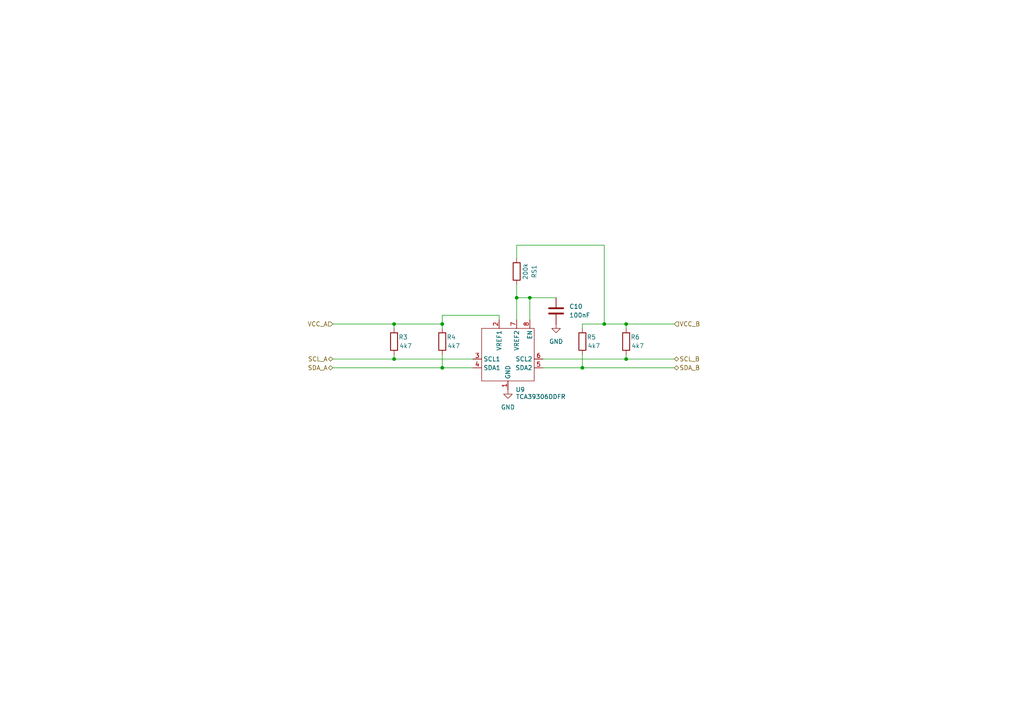
<source format=kicad_sch>
(kicad_sch (version 20231120) (generator "eeschema") (generator_version "8.0")
  (paper "A4")
  (lib_symbols
    (symbol "Device:C" (pin_numbers hide) (pin_names (offset 0.254))
      (property "Reference" "C" (at 0.635 2.54 0))
      (property "Value" "C" (at 0.635 -2.54 0))
      (symbol "C_0_1"
        (polyline (pts (xy -2.032 -0.762) (xy 2.032 -0.762)) (stroke (width 0.508)))
        (polyline (pts (xy -2.032 0.762) (xy 2.032 0.762)) (stroke (width 0.508)))
      )
      (symbol "C_1_1"
        (pin passive line (at 0 3.81 270) (length 2.794) (name "~") (number "1"))
        (pin passive line (at 0 -3.81 90) (length 2.794) (name "~") (number "2"))
      )
    )
    (symbol "Device:R" (pin_numbers hide) (pin_names (offset 0))
      (property "Reference" "R" (at 2.032 0 90))
      (property "Value" "R" (at 0 0 90))
      (symbol "R_0_1"
        (rectangle (start -1.016 -2.54) (end 1.016 2.54) (stroke (width 0.254)))
      )
      (symbol "R_1_1"
        (pin passive line (at 0 3.81 270) (length 1.27) (name "~") (number "1"))
        (pin passive line (at 0 -3.81 90) (length 1.27) (name "~") (number "2"))
      )
    )
    (symbol "power:GND" (power) (pin_numbers hide) (pin_names (offset 0) hide)
      (property "Value" "GND" (at 0 -3.81 0))
      (symbol "GND_0_1"
        (polyline (pts (xy 0 0) (xy 0 -1.27) (xy 1.27 -1.27) (xy 0 -2.54) (xy -1.27 -1.27) (xy 0 -1.27)))
      )
      (symbol "GND_1_1"
        (pin power_in line (at 0 0 270) (length 0) (name "~") (number "1"))
      )
    )
    (symbol "shifter:TCA39306DCURQ1"
      (property "Reference" "U" (at 0 0 0))
      (symbol "TCA39306DCURQ1_0_1"
        (rectangle (start -7.62 7.62) (end 7.62 -7.62))
      )
      (symbol "TCA39306DCURQ1_1_1"
        (pin power_in line (at 0 -10.16 90) (length 2.54) (name "GND") (number "1"))
        (pin input line (at -2.54 10.16 270) (length 2.54) (name "VREF1") (number "2"))
        (pin input line (at -10.16 -1.27 0) (length 2.54) (name "SCL1") (number "3"))
        (pin input line (at -10.16 -3.81 0) (length 2.54) (name "SDA1") (number "4"))
        (pin input line (at 10.16 -3.81 180) (length 2.54) (name "SDA2") (number "5"))
        (pin input line (at 10.16 -1.27 180) (length 2.54) (name "SCL2") (number "6"))
        (pin input line (at 2.54 10.16 270) (length 2.54) (name "VREF2") (number "7"))
        (pin input line (at 6.35 10.16 270) (length 2.54) (name "EN") (number "8"))
      )
    )
  )
  (junction (at 168.91 106.68))
  (junction (at 114.3 93.98))
  (junction (at 128.27 93.98))
  (junction (at 175.26 93.98))
  (junction (at 114.3 104.14))
  (junction (at 153.67 86.36))
  (junction (at 128.27 106.68))
  (junction (at 181.61 93.98))
  (junction (at 149.86 86.36))
  (junction (at 181.61 104.14))
  (wire (pts (xy 128.27 106.68) (xy 137.16 106.68)))
  (wire (pts (xy 181.61 102.87) (xy 181.61 104.14)))
  (wire (pts (xy 168.91 102.87) (xy 168.91 106.68)))
  (wire (pts (xy 128.27 91.44) (xy 144.78 91.44)))
  (wire (pts (xy 149.86 71.12) (xy 175.26 71.12)))
  (wire (pts (xy 149.86 82.55) (xy 149.86 86.36)))
  (wire (pts (xy 128.27 93.98) (xy 128.27 95.25)))
  (wire (pts (xy 168.91 93.98) (xy 168.91 95.25)))
  (wire (pts (xy 195.58 106.68) (xy 168.91 106.68)))
  (wire (pts (xy 157.48 104.14) (xy 181.61 104.14)))
  (wire (pts (xy 114.3 102.87) (xy 114.3 104.14)))
  (wire (pts (xy 168.91 93.98) (xy 175.26 93.98)))
  (wire (pts (xy 144.78 91.44) (xy 144.78 92.71)))
  (wire (pts (xy 128.27 102.87) (xy 128.27 106.68)))
  (wire (pts (xy 128.27 91.44) (xy 128.27 93.98)))
  (wire (pts (xy 96.52 106.68) (xy 128.27 106.68)))
  (wire (pts (xy 96.52 104.14) (xy 114.3 104.14)))
  (wire (pts (xy 168.91 106.68) (xy 157.48 106.68)))
  (wire (pts (xy 195.58 104.14) (xy 181.61 104.14)))
  (wire (pts (xy 175.26 71.12) (xy 175.26 93.98)))
  (wire (pts (xy 149.86 86.36) (xy 149.86 92.71)))
  (wire (pts (xy 181.61 93.98) (xy 181.61 95.25)))
  (wire (pts (xy 181.61 93.98) (xy 175.26 93.98)))
  (wire (pts (xy 114.3 104.14) (xy 137.16 104.14)))
  (wire (pts (xy 114.3 93.98) (xy 96.52 93.98)))
  (wire (pts (xy 149.86 74.93) (xy 149.86 71.12)))
  (wire (pts (xy 195.58 93.98) (xy 181.61 93.98)))
  (wire (pts (xy 114.3 93.98) (xy 114.3 95.25)))
  (wire (pts (xy 161.29 86.36) (xy 153.67 86.36)))
  (wire (pts (xy 153.67 86.36) (xy 153.67 92.71)))
  (wire (pts (xy 114.3 93.98) (xy 128.27 93.98)))
  (wire (pts (xy 149.86 86.36) (xy 153.67 86.36)))
  (hierarchical_label "VCC_A" (shape input) (at 96.52 93.98 180))
  (hierarchical_label "SDA_A" (shape bidirectional) (at 96.52 106.68 180))
  (hierarchical_label "SCL_A" (shape bidirectional) (at 96.52 104.14 180))
  (hierarchical_label "VCC_B" (shape input) (at 195.58 93.98 0))
  (hierarchical_label "SDA_B" (shape bidirectional) (at 195.58 106.68 0))
  (hierarchical_label "SCL_B" (shape bidirectional) (at 195.58 104.14 0))
  (symbol (lib_id "power:GND") (at 161.29 93.98 0) (unit 1)
    (property "Reference" "#PWR035" (effects (hide yes)))
    (property "Value" "GND" (at 161.29 99.06 0))
    (property "Description" "Power symbol creates a global label with name \"GND\" , ground" (effects (hide yes)))
  )
  (symbol (lib_id "power:GND") (at 147.32 113.03 0) (unit 1)
    (property "Reference" "#PWR048" (effects (hide yes)))
    (property "Value" "GND" (at 147.32 118.11 0))
    (property "Description" "Power symbol creates a global label with name \"GND\" , ground" (effects (hide yes)))
  )
  (symbol (lib_id "Device:R") (at 168.91 99.06 0) (unit 1)
    (property "Reference" "R5" (at 170.18 97.79 0) (effects (justify left)))
    (property "Value" "4k7" (at 170.434 100.33 0) (effects (justify left)))
    (property "Footprint" "Resistor_SMD:R_0805_2012Metric_Pad1.20x1.40mm_HandSolder" (effects (hide yes)))
    (property "Description" "Resistor" (effects (hide yes)))
  )
  (symbol (lib_id "Device:R") (at 149.86 78.74 0) (unit 1)
    (property "Reference" "RS1" (at 154.94 78.74 90))
    (property "Value" "200k" (at 152.4 78.74 90))
    (property "Footprint" "Resistor_SMD:R_0805_2012Metric_Pad1.20x1.40mm_HandSolder" (effects (hide yes)))
    (property "Description" "Resistor" (effects (hide yes)))
  )
  (symbol (lib_id "Device:R") (at 128.27 99.06 0) (unit 1)
    (property "Reference" "R4" (at 129.54 97.79 0) (effects (justify left)))
    (property "Value" "4k7" (at 129.794 100.33 0) (effects (justify left)))
    (property "Footprint" "Resistor_SMD:R_0805_2012Metric_Pad1.20x1.40mm_HandSolder" (effects (hide yes)))
    (property "Description" "Resistor" (effects (hide yes)))
  )
  (symbol (lib_id "Device:R") (at 114.3 99.06 0) (unit 1)
    (property "Reference" "R3" (at 115.57 97.79 0) (effects (justify left)))
    (property "Value" "4k7" (at 115.824 100.33 0) (effects (justify left)))
    (property "Footprint" "Resistor_SMD:R_0805_2012Metric_Pad1.20x1.40mm_HandSolder" (effects (hide yes)))
    (property "Description" "Resistor" (effects (hide yes)))
  )
  (symbol (lib_id "shifter:TCA39306DCURQ1") (at 147.32 102.87 0) (unit 1)
    (property "Reference" "U9" (at 149.5141 113.03 0) (effects (justify left)))
    (property "Value" "TCA39306DDFR" (at 149.606 115.062 0) (effects (justify left)))
    (property "Footprint" "Package_TO_SOT_SMD:SOT-23-8" (effects (hide yes)))
    (property "Datasheet" "https://www.ti.com/lit/ds/symlink/tca39306.pdf?ts=1722116285835&ref_url=https%253A%252F%252Fwww.ti.com%252Fproduct%252Fde-de%252FTCA39306%253Fbm-verify%253DAAQAAAAJ_____8NuddBmZM9_x2OtL1gcjNNNyvvitNWTd5d4FRHbv75BSihvEh922J1BiKGiLsAUJwuYQVufykm4s-xW9glmGzU7CCjwqT99uUlaj9IP7tPMKZCJvdTxjIox2kLAyF6lGBCFw1PYoUh35i7YDJBmvN9n953Z1ak64cWU3F95KGPeQFYB2n0-m6Kp6TgfQn7Y9QSIdot2FXb7bAI7smZoBAv5Rcydjhmky6vNIfu2Ev7VtJ5vBjf5TxYtEkyB0qDAK0AmSw2sIhfe9GcupMu9hbsPcIUn8YstfCKQnNaXKs_QPb_j_84wuua8v-cIbkXjwV87LA" (effects (hide yes)))
  )
  (symbol (lib_id "Device:R") (at 181.61 99.06 0) (unit 1)
    (property "Reference" "R6" (at 182.88 97.79 0) (effects (justify left)))
    (property "Value" "4k7" (at 183.134 100.33 0) (effects (justify left)))
    (property "Footprint" "Resistor_SMD:R_0805_2012Metric_Pad1.20x1.40mm_HandSolder" (effects (hide yes)))
    (property "Description" "Resistor" (effects (hide yes)))
  )
  (symbol (lib_id "Device:C") (at 161.29 90.17 180) (unit 1)
    (property "Reference" "C10" (at 165.1 88.8999 0) (effects (justify right)))
    (property "Value" "100nF" (at 165.1 91.4399 0) (effects (justify right)))
    (property "Footprint" "Capacitor_SMD:C_0805_2012Metric_Pad1.18x1.45mm_HandSolder" (effects (hide yes)))
    (property "Description" "Unpolarized capacitor" (effects (hide yes)))
  )
)
</source>
